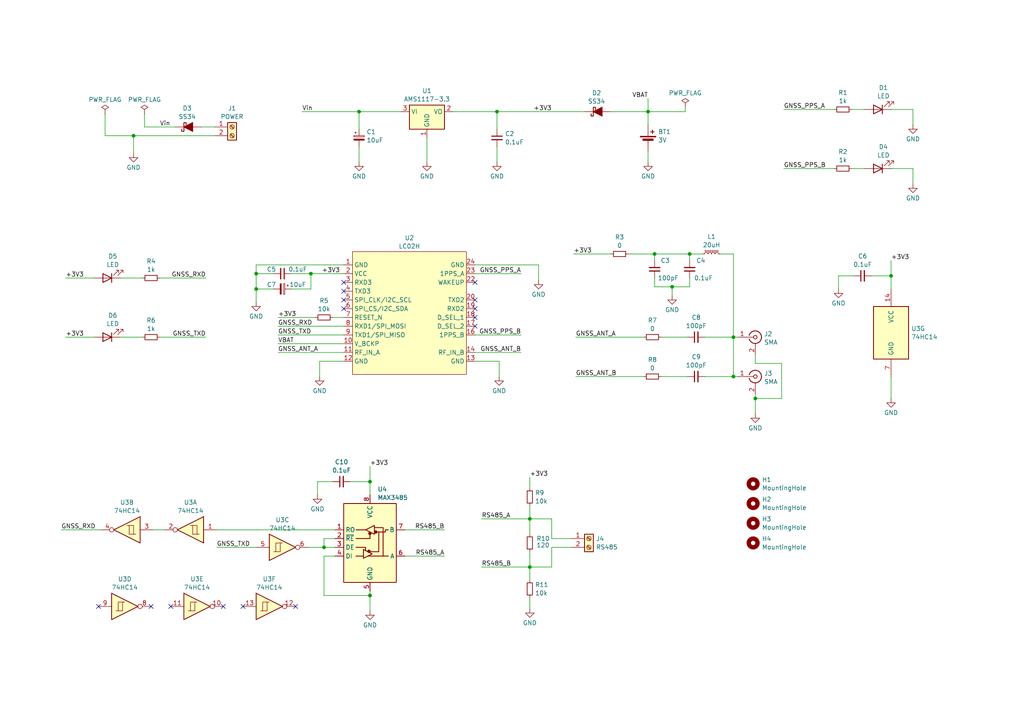
<source format=kicad_sch>
(kicad_sch (version 20230121) (generator eeschema)
  (paper "A4")
  (lib_symbols
    (symbol "74xx:74HC14" (pin_names (offset 1.016))
      (property "Reference" "U" (at 0 1.27 0))
      (property "Value" "74HC14" (at 0 -1.27 0))
      (symbol "74HC14_1_0"
        (polyline (pts (xy -3.81 3.81) (xy -3.81 -3.81) (xy 3.81 0) (xy -3.81 3.81)) (stroke (width 0.254)) (fill (type background)))
        (pin input line (at -7.62 0 0) (length 3.81) (name "~") (number "1"))
        (pin output inverted (at 7.62 0 180) (length 3.81) (name "~") (number "2"))
      )
      (symbol "74HC14_1_1"
        (polyline (pts (xy -1.905 -1.27) (xy -1.905 1.27) (xy -0.635 1.27)))
        (polyline (pts (xy -2.54 -1.27) (xy -0.635 -1.27) (xy -0.635 1.27) (xy 0 1.27)))
      )
      (symbol "74HC14_2_0"
        (polyline (pts (xy -3.81 3.81) (xy -3.81 -3.81) (xy 3.81 0) (xy -3.81 3.81)) (stroke (width 0.254)) (fill (type background)))
        (pin input line (at -7.62 0 0) (length 3.81) (name "~") (number "3"))
        (pin output inverted (at 7.62 0 180) (length 3.81) (name "~") (number "4"))
      )
      (symbol "74HC14_2_1"
        (polyline (pts (xy -1.905 -1.27) (xy -1.905 1.27) (xy -0.635 1.27)))
        (polyline (pts (xy -2.54 -1.27) (xy -0.635 -1.27) (xy -0.635 1.27) (xy 0 1.27)))
      )
      (symbol "74HC14_3_0"
        (polyline (pts (xy -3.81 3.81) (xy -3.81 -3.81) (xy 3.81 0) (xy -3.81 3.81)) (stroke (width 0.254)) (fill (type background)))
        (pin input line (at -7.62 0 0) (length 3.81) (name "~") (number "5"))
        (pin output inverted (at 7.62 0 180) (length 3.81) (name "~") (number "6"))
      )
      (symbol "74HC14_3_1"
        (polyline (pts (xy -1.905 -1.27) (xy -1.905 1.27) (xy -0.635 1.27)))
        (polyline (pts (xy -2.54 -1.27) (xy -0.635 -1.27) (xy -0.635 1.27) (xy 0 1.27)))
      )
      (symbol "74HC14_4_0"
        (polyline (pts (xy -3.81 3.81) (xy -3.81 -3.81) (xy 3.81 0) (xy -3.81 3.81)) (stroke (width 0.254)) (fill (type background)))
        (pin output inverted (at 7.62 0 180) (length 3.81) (name "~") (number "8"))
        (pin input line (at -7.62 0 0) (length 3.81) (name "~") (number "9"))
      )
      (symbol "74HC14_4_1"
        (polyline (pts (xy -1.905 -1.27) (xy -1.905 1.27) (xy -0.635 1.27)))
        (polyline (pts (xy -2.54 -1.27) (xy -0.635 -1.27) (xy -0.635 1.27) (xy 0 1.27)))
      )
      (symbol "74HC14_5_0"
        (polyline (pts (xy -3.81 3.81) (xy -3.81 -3.81) (xy 3.81 0) (xy -3.81 3.81)) (stroke (width 0.254)) (fill (type background)))
        (pin output inverted (at 7.62 0 180) (length 3.81) (name "~") (number "10"))
        (pin input line (at -7.62 0 0) (length 3.81) (name "~") (number "11"))
      )
      (symbol "74HC14_5_1"
        (polyline (pts (xy -1.905 -1.27) (xy -1.905 1.27) (xy -0.635 1.27)))
        (polyline (pts (xy -2.54 -1.27) (xy -0.635 -1.27) (xy -0.635 1.27) (xy 0 1.27)))
      )
      (symbol "74HC14_6_0"
        (polyline (pts (xy -3.81 3.81) (xy -3.81 -3.81) (xy 3.81 0) (xy -3.81 3.81)) (stroke (width 0.254)) (fill (type background)))
        (pin output inverted (at 7.62 0 180) (length 3.81) (name "~") (number "12"))
        (pin input line (at -7.62 0 0) (length 3.81) (name "~") (number "13"))
      )
      (symbol "74HC14_6_1"
        (polyline (pts (xy -1.905 -1.27) (xy -1.905 1.27) (xy -0.635 1.27)))
        (polyline (pts (xy -2.54 -1.27) (xy -0.635 -1.27) (xy -0.635 1.27) (xy 0 1.27)))
      )
      (symbol "74HC14_7_0"
        (pin power_in line (at 0 12.7 270) (length 5.08) (name "VCC") (number "14"))
        (pin power_in line (at 0 -12.7 90) (length 5.08) (name "GND") (number "7"))
      )
      (symbol "74HC14_7_1"
        (rectangle (start -5.08 7.62) (end 5.08 -7.62) (stroke (width 0.254)) (fill (type background)))
      )
    )
    (symbol "Connector:Conn_Coaxial" (pin_names (offset 1.016) hide)
      (property "Reference" "J" (at 0.254 3.048 0))
      (property "Value" "Conn_Coaxial" (at 2.921 0 90))
      (symbol "Conn_Coaxial_0_1"
        (arc (start -1.778 -0.508) (mid 0.2311 -1.8066) (end 1.778 0) (stroke (width 0.254)))
        (polyline (pts (xy -2.54 0) (xy -0.508 0)))
        (polyline (pts (xy 0 -2.54) (xy 0 -1.778)))
        (circle (center 0 0) (radius 0.508) (stroke (width 0.2032)))
        (arc (start 1.778 0) (mid 0.2099 1.8101) (end -1.778 0.508) (stroke (width 0.254)))
      )
      (symbol "Conn_Coaxial_1_1"
        (pin passive line (at -5.08 0 0) (length 2.54) (name "In") (number "1"))
        (pin passive line (at 0 -5.08 90) (length 2.54) (name "Ext") (number "2"))
      )
    )
    (symbol "Connector:Screw_Terminal_01x02" (pin_names (offset 1.016) hide)
      (property "Reference" "J" (at 0 2.54 0))
      (property "Value" "Screw_Terminal_01x02" (at 0 -5.08 0))
      (symbol "Screw_Terminal_01x02_1_1"
        (rectangle (start -1.27 1.27) (end 1.27 -3.81) (stroke (width 0.254)) (fill (type background)))
        (circle (center 0 -2.54) (radius 0.635) (stroke (width 0.1524)))
        (polyline (pts (xy -0.5334 -2.2098) (xy 0.3302 -3.048)) (stroke (width 0.1524)))
        (polyline (pts (xy -0.5334 0.3302) (xy 0.3302 -0.508)) (stroke (width 0.1524)))
        (polyline (pts (xy -0.3556 -2.032) (xy 0.508 -2.8702)) (stroke (width 0.1524)))
        (polyline (pts (xy -0.3556 0.508) (xy 0.508 -0.3302)) (stroke (width 0.1524)))
        (circle (center 0 0) (radius 0.635) (stroke (width 0.1524)))
        (pin passive line (at -5.08 0 0) (length 3.81) (name "Pin_1") (number "1"))
        (pin passive line (at -5.08 -2.54 0) (length 3.81) (name "Pin_2") (number "2"))
      )
    )
    (symbol "Device:Battery_Cell" (pin_numbers hide) (pin_names (offset 0) hide)
      (property "Reference" "BT" (at 2.54 2.54 0))
      (property "Value" "Battery_Cell" (at 2.54 0 0))
      (symbol "Battery_Cell_0_1"
        (rectangle (start -2.286 1.778) (end 2.286 1.524) (fill (type outline)))
        (rectangle (start -1.524 1.016) (end 1.524 0.508) (fill (type outline)))
        (polyline (pts (xy 0 0.762) (xy 0 0)))
        (polyline (pts (xy 0 1.778) (xy 0 2.54)))
        (polyline (pts (xy 0.762 3.048) (xy 1.778 3.048)) (stroke (width 0.254)))
        (polyline (pts (xy 1.27 3.556) (xy 1.27 2.54)) (stroke (width 0.254)))
      )
      (symbol "Battery_Cell_1_1"
        (pin passive line (at 0 5.08 270) (length 2.54) (name "+") (number "1"))
        (pin passive line (at 0 -2.54 90) (length 2.54) (name "-") (number "2"))
      )
    )
    (symbol "Device:C_Polarized_Small" (pin_numbers hide) (pin_names (offset 0.254) hide)
      (property "Reference" "C" (at 0.254 1.778 0))
      (property "Value" "C_Polarized_Small" (at 0.254 -2.032 0))
      (symbol "C_Polarized_Small_0_1"
        (rectangle (start -1.524 -0.3048) (end 1.524 -0.6858) (fill (type outline)))
        (rectangle (start -1.524 0.6858) (end 1.524 0.3048))
        (polyline (pts (xy -1.27 1.524) (xy -0.762 1.524)))
        (polyline (pts (xy -1.016 1.27) (xy -1.016 1.778)))
      )
      (symbol "C_Polarized_Small_1_1"
        (pin passive line (at 0 2.54 270) (length 1.8542) (name "~") (number "1"))
        (pin passive line (at 0 -2.54 90) (length 1.8542) (name "~") (number "2"))
      )
    )
    (symbol "Device:C_Small" (pin_numbers hide) (pin_names (offset 0.254) hide)
      (property "Reference" "C" (at 0.254 1.778 0))
      (property "Value" "C_Small" (at 0.254 -2.032 0))
      (symbol "C_Small_0_1"
        (polyline (pts (xy -1.524 -0.508) (xy 1.524 -0.508)) (stroke (width 0.3302)))
        (polyline (pts (xy -1.524 0.508) (xy 1.524 0.508)) (stroke (width 0.3048)))
      )
      (symbol "C_Small_1_1"
        (pin passive line (at 0 2.54 270) (length 2.032) (name "~") (number "1"))
        (pin passive line (at 0 -2.54 90) (length 2.032) (name "~") (number "2"))
      )
    )
    (symbol "Device:LED" (pin_numbers hide) (pin_names (offset 1.016) hide)
      (property "Reference" "D" (at 0 2.54 0))
      (property "Value" "LED" (at 0 -2.54 0))
      (symbol "LED_0_1"
        (polyline (pts (xy -1.27 -1.27) (xy -1.27 1.27)) (stroke (width 0.254)))
        (polyline (pts (xy -1.27 0) (xy 1.27 0)))
        (polyline (pts (xy 1.27 -1.27) (xy 1.27 1.27) (xy -1.27 0) (xy 1.27 -1.27)) (stroke (width 0.254)))
        (polyline (pts (xy -3.048 -0.762) (xy -4.572 -2.286) (xy -3.81 -2.286) (xy -4.572 -2.286) (xy -4.572 -1.524)))
        (polyline (pts (xy -1.778 -0.762) (xy -3.302 -2.286) (xy -2.54 -2.286) (xy -3.302 -2.286) (xy -3.302 -1.524)))
      )
      (symbol "LED_1_1"
        (pin passive line (at -3.81 0 0) (length 2.54) (name "K") (number "1"))
        (pin passive line (at 3.81 0 180) (length 2.54) (name "A") (number "2"))
      )
    )
    (symbol "Device:L_Ferrite_Small" (pin_numbers hide) (pin_names (offset 0.254) hide)
      (property "Reference" "L" (at 1.27 1.016 0))
      (property "Value" "L_Ferrite_Small" (at 1.27 -1.27 0))
      (symbol "L_Ferrite_Small_0_1"
        (arc (start 0 -2.032) (mid 0.5058 -1.524) (end 0 -1.016))
        (arc (start 0 -1.016) (mid 0.5058 -0.508) (end 0 0))
        (polyline (pts (xy 0.762 -1.905) (xy 0.762 -1.651)))
        (polyline (pts (xy 0.762 -1.397) (xy 0.762 -1.143)))
        (polyline (pts (xy 0.762 -0.889) (xy 0.762 -0.635)))
        (polyline (pts (xy 0.762 -0.381) (xy 0.762 -0.127)))
        (polyline (pts (xy 0.762 0.127) (xy 0.762 0.381)))
        (polyline (pts (xy 0.762 0.635) (xy 0.762 0.889)))
        (polyline (pts (xy 0.762 1.143) (xy 0.762 1.397)))
        (polyline (pts (xy 0.762 1.651) (xy 0.762 1.905)))
        (polyline (pts (xy 1.016 -1.651) (xy 1.016 -1.905)))
        (polyline (pts (xy 1.016 -1.143) (xy 1.016 -1.397)))
        (polyline (pts (xy 1.016 -0.635) (xy 1.016 -0.889)))
        (polyline (pts (xy 1.016 -0.127) (xy 1.016 -0.381)))
        (polyline (pts (xy 1.016 0.381) (xy 1.016 0.127)))
        (polyline (pts (xy 1.016 0.889) (xy 1.016 0.635)))
        (polyline (pts (xy 1.016 1.397) (xy 1.016 1.143)))
        (polyline (pts (xy 1.016 1.905) (xy 1.016 1.651)))
        (arc (start 0 0) (mid 0.5058 0.508) (end 0 1.016))
        (arc (start 0 1.016) (mid 0.5058 1.524) (end 0 2.032))
      )
      (symbol "L_Ferrite_Small_1_1"
        (pin passive line (at 0 2.54 270) (length 0.508) (name "~") (number "1"))
        (pin passive line (at 0 -2.54 90) (length 0.508) (name "~") (number "2"))
      )
    )
    (symbol "Device:R_Small" (pin_numbers hide) (pin_names (offset 0.254) hide)
      (property "Reference" "R" (at 0.762 0.508 0))
      (property "Value" "R_Small" (at 0.762 -1.016 0))
      (symbol "R_Small_0_1"
        (rectangle (start -0.762 1.778) (end 0.762 -1.778) (stroke (width 0.2032)))
      )
      (symbol "R_Small_1_1"
        (pin passive line (at 0 2.54 270) (length 0.762) (name "~") (number "1"))
        (pin passive line (at 0 -2.54 90) (length 0.762) (name "~") (number "2"))
      )
    )
    (symbol "GNSS:LC02H"
      (property "Reference" "U" (at 0 0 0))
      (property "Value" "LC02H" (at -6.35 0 0))
      (symbol "LC02H_1_1"
        (rectangle (start -16.51 17.78) (end 16.51 -17.78) (fill (type background)))
        (pin power_in line (at -19.05 13.97 0) (length 2.54) (name "GND") (number "1"))
        (pin power_in line (at -19.05 -8.89 0) (length 2.54) (name "V_BCKP") (number "10"))
        (pin input line (at -19.05 -11.43 0) (length 2.54) (name "RF_IN_A") (number "11"))
        (pin power_in line (at -19.05 -13.97 0) (length 2.54) (name "GND") (number "12"))
        (pin power_in line (at 19.05 -13.97 180) (length 2.54) (name "GND") (number "13"))
        (pin input line (at 19.05 -11.43 180) (length 2.54) (name "RF_IN_B") (number "14"))
        (pin no_connect line (at 19.05 -8.89 180) (length 2.54) hide (name "RESERVED") (number "15"))
        (pin output line (at 19.05 -6.35 180) (length 2.54) (name "1PPS_B") (number "16"))
        (pin input line (at 19.05 -3.81 180) (length 2.54) (name "D_SEL_2") (number "17"))
        (pin input line (at 19.05 -1.27 180) (length 2.54) (name "D_SEL_1") (number "18"))
        (pin input line (at 19.05 1.27 180) (length 2.54) (name "RXD2") (number "19"))
        (pin power_in line (at -19.05 11.43 0) (length 2.54) (name "VCC") (number "2"))
        (pin output line (at 19.05 3.81 180) (length 2.54) (name "TXD2") (number "20"))
        (pin no_connect line (at 19.05 6.35 180) (length 2.54) hide (name "RESERVED") (number "21"))
        (pin input line (at 19.05 8.89 180) (length 2.54) (name "WAKEUP") (number "22"))
        (pin output line (at 19.05 11.43 180) (length 2.54) (name "1PPS_A") (number "23"))
        (pin power_in line (at 19.05 13.97 180) (length 2.54) (name "GND") (number "24"))
        (pin input line (at -19.05 8.89 0) (length 2.54) (name "RXD3") (number "3"))
        (pin output line (at -19.05 6.35 0) (length 2.54) (name "TXD3") (number "4"))
        (pin input line (at -19.05 3.81 0) (length 2.54) (name "SPI_CLK/I2C_SCL") (number "5"))
        (pin bidirectional line (at -19.05 1.27 0) (length 2.54) (name "SPI_CS/I2C_SDA") (number "6"))
        (pin input line (at -19.05 -1.27 0) (length 2.54) (name "RESET_N") (number "7"))
        (pin input line (at -19.05 -3.81 0) (length 2.54) (name "RXD1/SPI_MOSI") (number "8"))
        (pin output line (at -19.05 -6.35 0) (length 2.54) (name "TXD1/SPI_MISO") (number "9"))
      )
    )
    (symbol "Interface_UART:MAX3485"
      (property "Reference" "U" (at -6.096 11.43 0))
      (property "Value" "MAX3485" (at 0.762 11.43 0))
      (symbol "MAX3485_0_1"
        (rectangle (start -7.62 10.16) (end 7.62 -12.7) (stroke (width 0.254)) (fill (type background)))
        (circle (center -0.3048 -3.683) (radius 0.3556) (stroke (width 0.254)) (fill (type outline)))
        (circle (center -0.0254 1.4986) (radius 0.3556) (stroke (width 0.254)) (fill (type outline)))
        (polyline (pts (xy -4.064 -5.08) (xy -1.905 -5.08)) (stroke (width 0.254)))
        (polyline (pts (xy -4.064 2.54) (xy -1.27 2.54)) (stroke (width 0.254)))
        (polyline (pts (xy -1.27 -3.2004) (xy -1.27 -3.4544)) (stroke (width 0.254)))
        (polyline (pts (xy -0.635 -5.08) (xy 5.334 -5.08)) (stroke (width 0.254)))
        (polyline (pts (xy -4.064 -2.54) (xy -1.27 -2.54) (xy -1.27 -3.175)) (stroke (width 0.254)))
        (polyline (pts (xy 0 1.27) (xy 0 0) (xy -4.064 0)) (stroke (width 0.254)))
        (polyline (pts (xy 1.27 3.175) (xy 3.81 3.175) (xy 3.81 -5.08)) (stroke (width 0.254)))
        (polyline (pts (xy 2.54 1.905) (xy 2.54 -3.81) (xy 0 -3.81)) (stroke (width 0.254)))
        (polyline (pts (xy -1.905 -3.175) (xy -1.905 -5.715) (xy 0.635 -4.445) (xy -1.905 -3.175)) (stroke (width 0.254)))
        (polyline (pts (xy -1.27 2.54) (xy 1.27 3.81) (xy 1.27 1.27) (xy -1.27 2.54)) (stroke (width 0.254)))
        (polyline (pts (xy 1.905 1.905) (xy 4.445 1.905) (xy 4.445 2.54) (xy 5.334 2.54)) (stroke (width 0.254)))
        (rectangle (start 1.27 3.175) (end 1.27 3.175))
        (circle (center 1.651 1.905) (radius 0.3556) (stroke (width 0.254)) (fill (type outline)))
      )
      (symbol "MAX3485_1_1"
        (pin output line (at -10.16 2.54 0) (length 2.54) (name "RO") (number "1"))
        (pin input line (at -10.16 0 0) (length 2.54) (name "~{RE}") (number "2"))
        (pin input line (at -10.16 -2.54 0) (length 2.54) (name "DE") (number "3"))
        (pin input line (at -10.16 -5.08 0) (length 2.54) (name "DI") (number "4"))
        (pin power_in line (at 0 -15.24 90) (length 2.54) (name "GND") (number "5"))
        (pin bidirectional line (at 10.16 -5.08 180) (length 2.54) (name "A") (number "6"))
        (pin bidirectional line (at 10.16 2.54 180) (length 2.54) (name "B") (number "7"))
        (pin power_in line (at 0 12.7 270) (length 2.54) (name "VCC") (number "8"))
      )
    )
    (symbol "Mechanical:MountingHole" (pin_names (offset 1.016))
      (property "Reference" "H" (at 0 5.08 0))
      (property "Value" "MountingHole" (at 0 3.175 0))
      (symbol "MountingHole_0_1"
        (circle (center 0 0) (radius 1.27) (stroke (width 1.27)))
      )
    )
    (symbol "PCM_Diode_Schottky_AKL:SS34" (pin_numbers hide) (pin_names (offset 1.016) hide)
      (property "Reference" "D" (at 0 5.08 0))
      (property "Value" "SS34" (at 0 2.54 0))
      (symbol "SS34_0_1"
        (polyline (pts (xy -1.27 0) (xy 1.27 0)))
        (polyline (pts (xy -1.27 -1.27) (xy -1.27 1.27) (xy 1.27 0) (xy -1.27 -1.27)) (stroke (width 0.254)) (fill (type outline)))
        (polyline (pts (xy 1.905 -0.635) (xy 1.905 -1.27) (xy 1.27 -1.27) (xy 1.27 1.27) (xy 0.635 1.27) (xy 0.635 0.635)) (stroke (width 0.254)))
      )
      (symbol "SS34_1_1"
        (pin passive line (at 3.81 0 180) (length 2.54) (name "K") (number "1"))
        (pin passive line (at -3.81 0 0) (length 2.54) (name "A") (number "2"))
      )
    )
    (symbol "Regulator_Linear:AMS1117-3.3"
      (property "Reference" "U" (at -3.81 3.175 0))
      (property "Value" "AMS1117-3.3" (at 0 3.175 0))
      (symbol "AMS1117-3.3_0_1"
        (rectangle (start -5.08 -5.08) (end 5.08 1.905) (stroke (width 0.254)) (fill (type background)))
      )
      (symbol "AMS1117-3.3_1_1"
        (pin power_in line (at 0 -7.62 90) (length 2.54) (name "GND") (number "1"))
        (pin power_out line (at 7.62 0 180) (length 2.54) (name "VO") (number "2"))
        (pin power_in line (at -7.62 0 0) (length 2.54) (name "VI") (number "3"))
      )
    )
    (symbol "power:GND" (power) (pin_names (offset 0))
      (property "Value" "GND" (at 0 -3.81 0))
      (symbol "GND_0_1"
        (polyline (pts (xy 0 0) (xy 0 -1.27) (xy 1.27 -1.27) (xy 0 -2.54) (xy -1.27 -1.27) (xy 0 -1.27)))
      )
      (symbol "GND_1_1"
        (pin power_in line (at 0 0 270) (length 0) hide (name "GND") (number "1"))
      )
    )
    (symbol "power:PWR_FLAG" (power) (pin_numbers hide) (pin_names (offset 0) hide)
      (property "Value" "PWR_FLAG" (at 0 3.81 0))
      (symbol "PWR_FLAG_0_0"
        (pin power_out line (at 0 0 90) (length 0) (name "pwr") (number "1"))
      )
      (symbol "PWR_FLAG_0_1"
        (polyline (pts (xy 0 0) (xy 0 1.27) (xy -1.016 1.905) (xy 0 2.54) (xy 1.016 1.905) (xy 0 1.27)))
      )
    )
  )
  (junction (at 144.145 32.385))
  (junction (at 90.17 79.375))
  (junction (at 38.735 39.37))
  (junction (at 189.865 73.66))
  (junction (at 74.295 83.82))
  (junction (at 107.315 172.72))
  (junction (at 93.98 158.75))
  (junction (at 194.945 83.185))
  (junction (at 219.075 115.57))
  (junction (at 212.725 109.22))
  (junction (at 107.315 139.7))
  (junction (at 74.295 79.375))
  (junction (at 258.445 80.01))
  (junction (at 153.67 164.465))
  (junction (at 187.96 32.385))
  (junction (at 104.14 32.385))
  (junction (at 153.67 150.495))
  (junction (at 212.725 97.79))
  (junction (at 200.025 73.66))
  (no_connect (at 99.695 86.995))
  (no_connect (at 137.795 86.995))
  (no_connect (at 137.795 94.615))
  (no_connect (at 99.695 89.535))
  (no_connect (at 99.695 81.915))
  (no_connect (at 64.77 175.895))
  (no_connect (at 28.575 175.895))
  (no_connect (at 85.725 175.895))
  (no_connect (at 137.795 89.535))
  (no_connect (at 70.485 175.895))
  (no_connect (at 43.815 175.895))
  (no_connect (at 99.695 84.455))
  (no_connect (at 137.795 92.075))
  (no_connect (at 137.795 81.915))
  (no_connect (at 49.53 175.895))
  (wire (pts (xy 153.67 164.465) (xy 160.02 164.465)))
  (wire (pts (xy 84.455 79.375) (xy 90.17 79.375)))
  (wire (pts (xy 93.98 161.29) (xy 93.98 172.72)))
  (wire (pts (xy 46.355 97.79) (xy 59.69 97.79)))
  (wire (pts (xy 258.445 75.565) (xy 258.445 80.01)))
  (wire (pts (xy 80.645 97.155) (xy 99.695 97.155)))
  (wire (pts (xy 34.925 80.645) (xy 41.275 80.645)))
  (wire (pts (xy 153.67 164.465) (xy 153.67 168.275)))
  (wire (pts (xy 80.645 92.075) (xy 91.44 92.075)))
  (wire (pts (xy 153.67 141.605) (xy 153.67 138.43)))
  (wire (pts (xy 30.48 39.37) (xy 38.735 39.37)))
  (wire (pts (xy 47.625 153.67) (xy 44.45 153.67)))
  (wire (pts (xy 252.73 80.01) (xy 258.445 80.01)))
  (wire (pts (xy 97.155 156.21) (xy 93.98 156.21)))
  (wire (pts (xy 189.865 73.66) (xy 200.025 73.66)))
  (wire (pts (xy 137.795 76.835) (xy 156.21 76.835)))
  (wire (pts (xy 137.795 97.155) (xy 151.13 97.155)))
  (wire (pts (xy 226.695 105.41) (xy 226.695 115.57)))
  (wire (pts (xy 117.475 161.29) (xy 128.905 161.29)))
  (wire (pts (xy 194.945 83.185) (xy 200.025 83.185)))
  (wire (pts (xy 247.015 31.75) (xy 250.825 31.75)))
  (wire (pts (xy 153.67 160.02) (xy 153.67 164.465)))
  (wire (pts (xy 153.67 146.685) (xy 153.67 150.495)))
  (wire (pts (xy 74.295 79.375) (xy 74.295 83.82)))
  (wire (pts (xy 204.47 97.79) (xy 212.725 97.79)))
  (wire (pts (xy 41.91 33.02) (xy 41.91 36.83)))
  (wire (pts (xy 62.23 39.37) (xy 38.735 39.37)))
  (wire (pts (xy 187.96 43.815) (xy 187.96 46.99)))
  (wire (pts (xy 167.005 97.79) (xy 186.69 97.79)))
  (wire (pts (xy 62.865 158.75) (xy 74.295 158.75)))
  (wire (pts (xy 194.945 83.185) (xy 194.945 85.725)))
  (wire (pts (xy 187.96 32.385) (xy 187.96 36.195)))
  (wire (pts (xy 258.445 48.895) (xy 264.795 48.895)))
  (wire (pts (xy 137.795 104.775) (xy 144.78 104.775)))
  (wire (pts (xy 189.865 80.645) (xy 189.865 83.185)))
  (wire (pts (xy 212.725 97.79) (xy 213.995 97.79)))
  (wire (pts (xy 153.67 173.355) (xy 153.67 176.53)))
  (wire (pts (xy 264.795 48.895) (xy 264.795 53.34)))
  (wire (pts (xy 58.42 36.83) (xy 62.23 36.83)))
  (wire (pts (xy 200.025 80.645) (xy 200.025 83.185)))
  (wire (pts (xy 87.63 32.385) (xy 104.14 32.385)))
  (wire (pts (xy 41.91 36.83) (xy 50.8 36.83)))
  (wire (pts (xy 104.14 32.385) (xy 104.14 37.465)))
  (wire (pts (xy 200.025 73.66) (xy 203.835 73.66)))
  (wire (pts (xy 227.33 31.75) (xy 241.935 31.75)))
  (wire (pts (xy 62.865 153.67) (xy 97.155 153.67)))
  (wire (pts (xy 107.315 172.72) (xy 107.315 177.165)))
  (wire (pts (xy 96.52 92.075) (xy 99.695 92.075)))
  (wire (pts (xy 30.48 33.02) (xy 30.48 39.37)))
  (wire (pts (xy 144.145 42.545) (xy 144.145 46.99)))
  (wire (pts (xy 219.075 102.87) (xy 219.075 105.41)))
  (wire (pts (xy 258.445 83.82) (xy 258.445 80.01)))
  (wire (pts (xy 139.7 150.495) (xy 153.67 150.495)))
  (wire (pts (xy 160.02 164.465) (xy 160.02 158.75)))
  (wire (pts (xy 144.145 32.385) (xy 131.445 32.385)))
  (wire (pts (xy 104.14 32.385) (xy 116.205 32.385)))
  (wire (pts (xy 93.98 156.21) (xy 93.98 158.75)))
  (wire (pts (xy 123.825 40.005) (xy 123.825 46.99)))
  (wire (pts (xy 144.145 32.385) (xy 144.145 37.465)))
  (wire (pts (xy 144.145 32.385) (xy 169.545 32.385)))
  (wire (pts (xy 27.305 97.79) (xy 19.05 97.79)))
  (wire (pts (xy 153.67 150.495) (xy 160.02 150.495)))
  (wire (pts (xy 247.015 48.895) (xy 250.825 48.895)))
  (wire (pts (xy 247.65 80.01) (xy 243.205 80.01)))
  (wire (pts (xy 101.6 139.7) (xy 107.315 139.7)))
  (wire (pts (xy 17.78 153.67) (xy 29.21 153.67)))
  (wire (pts (xy 74.295 76.835) (xy 74.295 79.375)))
  (wire (pts (xy 80.645 102.235) (xy 99.695 102.235)))
  (wire (pts (xy 104.14 42.545) (xy 104.14 46.99)))
  (wire (pts (xy 34.925 97.79) (xy 41.275 97.79)))
  (wire (pts (xy 93.98 158.75) (xy 97.155 158.75)))
  (wire (pts (xy 137.795 79.375) (xy 151.13 79.375)))
  (wire (pts (xy 90.17 79.375) (xy 90.17 83.82)))
  (wire (pts (xy 160.02 156.21) (xy 165.735 156.21)))
  (wire (pts (xy 160.02 158.75) (xy 165.735 158.75)))
  (wire (pts (xy 84.455 83.82) (xy 90.17 83.82)))
  (wire (pts (xy 212.725 109.22) (xy 213.995 109.22)))
  (wire (pts (xy 74.295 83.82) (xy 74.295 87.63)))
  (wire (pts (xy 117.475 153.67) (xy 128.905 153.67)))
  (wire (pts (xy 194.945 83.185) (xy 189.865 83.185)))
  (wire (pts (xy 219.075 114.3) (xy 219.075 115.57)))
  (wire (pts (xy 99.695 76.835) (xy 74.295 76.835)))
  (wire (pts (xy 107.315 171.45) (xy 107.315 172.72)))
  (wire (pts (xy 219.075 105.41) (xy 226.695 105.41)))
  (wire (pts (xy 144.78 104.775) (xy 144.78 109.22)))
  (wire (pts (xy 93.98 172.72) (xy 107.315 172.72)))
  (wire (pts (xy 80.645 99.695) (xy 99.695 99.695)))
  (wire (pts (xy 258.445 109.22) (xy 258.445 115.57)))
  (wire (pts (xy 212.725 73.66) (xy 212.725 97.79)))
  (wire (pts (xy 258.445 31.75) (xy 264.795 31.75)))
  (wire (pts (xy 208.915 73.66) (xy 212.725 73.66)))
  (wire (pts (xy 187.96 28.575) (xy 187.96 32.385)))
  (wire (pts (xy 80.645 94.615) (xy 99.695 94.615)))
  (wire (pts (xy 74.295 83.82) (xy 79.375 83.82)))
  (wire (pts (xy 107.315 143.51) (xy 107.315 139.7)))
  (wire (pts (xy 79.375 79.375) (xy 74.295 79.375)))
  (wire (pts (xy 90.17 79.375) (xy 99.695 79.375)))
  (wire (pts (xy 182.245 73.66) (xy 189.865 73.66)))
  (wire (pts (xy 107.315 135.255) (xy 107.315 139.7)))
  (wire (pts (xy 153.67 150.495) (xy 153.67 154.94)))
  (wire (pts (xy 137.795 102.235) (xy 151.13 102.235)))
  (wire (pts (xy 212.725 97.79) (xy 212.725 109.22)))
  (wire (pts (xy 97.155 161.29) (xy 93.98 161.29)))
  (wire (pts (xy 96.52 139.7) (xy 92.075 139.7)))
  (wire (pts (xy 92.71 104.775) (xy 99.695 104.775)))
  (wire (pts (xy 191.77 97.79) (xy 199.39 97.79)))
  (wire (pts (xy 92.075 139.7) (xy 92.075 143.51)))
  (wire (pts (xy 187.96 32.385) (xy 198.755 32.385)))
  (wire (pts (xy 177.165 32.385) (xy 187.96 32.385)))
  (wire (pts (xy 46.355 80.645) (xy 59.69 80.645)))
  (wire (pts (xy 264.795 31.75) (xy 264.795 36.195)))
  (wire (pts (xy 27.305 80.645) (xy 19.05 80.645)))
  (wire (pts (xy 92.71 104.775) (xy 92.71 109.22)))
  (wire (pts (xy 227.33 48.895) (xy 241.935 48.895)))
  (wire (pts (xy 156.21 76.835) (xy 156.21 81.28)))
  (wire (pts (xy 139.7 164.465) (xy 153.67 164.465)))
  (wire (pts (xy 219.075 115.57) (xy 219.075 120.015)))
  (wire (pts (xy 200.025 73.66) (xy 200.025 75.565)))
  (wire (pts (xy 160.02 150.495) (xy 160.02 156.21)))
  (wire (pts (xy 219.075 115.57) (xy 226.695 115.57)))
  (wire (pts (xy 189.865 73.66) (xy 189.865 75.565)))
  (wire (pts (xy 166.37 73.66) (xy 177.165 73.66)))
  (wire (pts (xy 243.205 80.01) (xy 243.205 83.82)))
  (wire (pts (xy 89.535 158.75) (xy 93.98 158.75)))
  (wire (pts (xy 38.735 39.37) (xy 38.735 44.45)))
  (wire (pts (xy 204.47 109.22) (xy 212.725 109.22)))
  (wire (pts (xy 198.755 31.115) (xy 198.755 32.385)))
  (wire (pts (xy 191.77 109.22) (xy 199.39 109.22)))
  (wire (pts (xy 167.005 109.22) (xy 186.69 109.22)))
  (label "RS485_B" (at 128.905 153.67 180))
  (label "+3V3" (at 160.02 32.385 180))
  (label "GNSS_TXD" (at 62.865 158.75 0))
  (label "GNSS_PPS_A" (at 227.33 31.75 0))
  (label "GNSS_TXD" (at 80.645 97.155 0))
  (label "GNSS_RXD" (at 59.69 80.645 180))
  (label "+3V3" (at 153.67 138.43 0))
  (label "GNSS_PPS_A" (at 151.13 79.375 180))
  (label "GNSS_RXD" (at 80.645 94.615 0))
  (label "VBAT" (at 80.645 99.695 0))
  (label "+3V3" (at 107.315 135.255 0))
  (label "+3V3" (at 166.37 73.66 0))
  (label "+3V3" (at 258.445 75.565 0))
  (label "GNSS_RXD" (at 17.78 153.67 0))
  (label "GNSS_PPS_B" (at 227.33 48.895 0))
  (label "GNSS_TXD" (at 59.69 97.79 180))
  (label "GNSS_ANT_A" (at 167.005 97.79 0))
  (label "Vin" (at 87.63 32.385 0))
  (label "GNSS_PPS_B" (at 151.13 97.155 180))
  (label "+3V3" (at 80.645 92.075 0))
  (label "RS485_B" (at 139.7 164.465 0))
  (label "+3V3" (at 19.05 97.79 0))
  (label "+3V3" (at 93.345 79.375 0))
  (label "RS485_A" (at 139.7 150.495 0))
  (label "GNSS_ANT_B" (at 151.13 102.235 180))
  (label "+3V3" (at 19.05 80.645 0))
  (label "GNSS_ANT_A" (at 80.645 102.235 0))
  (label "Vin" (at 46.355 36.83 0))
  (label "GNSS_ANT_B" (at 167.005 109.22 0))
  (label "RS485_A" (at 128.905 161.29 180))
  (label "VBAT" (at 187.96 28.575 180))
  (symbol (lib_id "Device:R_Small") (at 43.815 97.79 270) (mirror x) (unit 1)
    (property "Reference" "R6" (at 43.815 92.9091 90))
    (property "Value" "1k" (at 43.815 95.3333 90))
    (property "Footprint" "Resistor_THT:R_Axial_DIN0204_L3.6mm_D1.6mm_P7.62mm_Horizontal" (effects hide))
  )
  (symbol (lib_id "Device:C_Polarized_Small") (at 104.14 40.005 0) (unit 1)
    (property "Reference" "C1" (at 106.299 38.2468 0) (effects (justify left)))
    (property "Value" "10uF" (at 106.299 40.671 0) (effects (justify left)))
    (property "Footprint" "Capacitor_THT:CP_Radial_D5.0mm_P2.50mm" (effects hide))
  )
  (symbol (lib_id "Device:Battery_Cell") (at 187.96 41.275 0) (unit 1)
    (property "Reference" "BT1" (at 190.881 38.2214 0) (effects (justify left)))
    (property "Value" "3V" (at 190.881 40.6456 0) (effects (justify left)))
    (property "Footprint" "Battery:BatteryHolder_LINX_BAT-HLD-012-SMT" (effects hide))
  )
  (symbol (lib_id "Device:R_Small") (at 153.67 157.48 0) (mirror x) (unit 1)
    (property "Reference" "R10" (at 155.575 156.21 0) (effects (justify left)))
    (property "Value" "120" (at 155.575 158.115 0) (effects (justify left)))
    (property "Footprint" "Resistor_THT:R_Axial_DIN0204_L3.6mm_D1.6mm_P7.62mm_Horizontal" (effects hide))
  )
  (symbol (lib_id "power:GND") (at 153.67 176.53 0) (unit 1)
    (property "Reference" "#PWR017" (effects hide))
    (property "Value" "GND" (at 153.67 180.6631 0))
  )
  (symbol (lib_id "Device:C_Small") (at 201.93 109.22 90) (unit 1)
    (property "Reference" "C9" (at 201.9363 103.5136 90))
    (property "Value" "100pF" (at 201.9363 105.9378 90))
    (property "Footprint" "Capacitor_THT:C_Disc_D3.0mm_W2.0mm_P2.50mm" (effects hide))
  )
  (symbol (lib_id "power:GND") (at 38.735 44.45 0) (unit 1)
    (property "Reference" "#PWR02" (effects hide))
    (property "Value" "GND" (at 38.735 48.5831 0))
  )
  (symbol (lib_id "power:GND") (at 107.315 177.165 0) (unit 1)
    (property "Reference" "#PWR018" (effects hide))
    (property "Value" "GND" (at 107.315 181.2981 0))
  )
  (symbol (lib_id "Connector:Conn_Coaxial") (at 219.075 109.22 0) (unit 1)
    (property "Reference" "J3" (at 221.6151 108.3011 0) (effects (justify left)))
    (property "Value" "SMA" (at 221.6151 110.7253 0) (effects (justify left)))
    (property "Footprint" "Connector_Coaxial:SMA_Amphenol_901-144_Vertical" (effects hide))
    (property "Datasheet" " ~" (effects hide))
  )
  (symbol (lib_id "power:GND") (at 92.075 143.51 0) (unit 1)
    (property "Reference" "#PWR016" (effects hide))
    (property "Value" "GND" (at 92.075 147.6431 0))
  )
  (symbol (lib_id "power:GND") (at 194.945 85.725 0) (unit 1)
    (property "Reference" "#PWR010" (effects hide))
    (property "Value" "GND" (at 194.945 89.8581 0))
  )
  (symbol (lib_id "Device:R_Small") (at 153.67 144.145 0) (unit 1)
    (property "Reference" "R9" (at 155.1686 142.9329 0) (effects (justify left)))
    (property "Value" "10k" (at 155.1686 145.3571 0) (effects (justify left)))
    (property "Footprint" "Resistor_THT:R_Axial_DIN0204_L3.6mm_D1.6mm_P7.62mm_Horizontal" (effects hide))
  )
  (symbol (lib_id "Device:LED") (at 254.635 48.895 180) (unit 1)
    (property "Reference" "D4" (at 256.2225 42.5917 0))
    (property "Value" "LED" (at 256.2225 45.0159 0))
    (property "Footprint" "LED_THT:LED_D3.0mm" (effects hide))
  )
  (symbol (lib_id "Device:R_Small") (at 43.815 80.645 270) (mirror x) (unit 1)
    (property "Reference" "R4" (at 43.815 75.7641 90))
    (property "Value" "1k" (at 43.815 78.1883 90))
    (property "Footprint" "Resistor_THT:R_Axial_DIN0204_L3.6mm_D1.6mm_P7.62mm_Horizontal" (effects hide))
  )
  (symbol (lib_id "Regulator_Linear:AMS1117-3.3") (at 123.825 32.385 0) (unit 1)
    (property "Reference" "U1" (at 123.825 26.3357 0))
    (property "Value" "AMS1117-3.3" (at 123.825 28.7599 0))
    (property "Footprint" "Package_TO_SOT_SMD:SOT-223-3_TabPin2" (effects hide))
    (property "Datasheet" "http://www.advanced-monolithic.com/pdf/ds1117.pdf" (effects hide))
  )
  (symbol (lib_id "Device:R_Small") (at 93.98 92.075 90) (unit 1)
    (property "Reference" "R5" (at 93.98 87.1941 90))
    (property "Value" "10k" (at 93.98 89.6183 90))
    (property "Footprint" "Resistor_THT:R_Axial_DIN0204_L3.6mm_D1.6mm_P7.62mm_Horizontal" (effects hide))
  )
  (symbol (lib_id "Device:C_Small") (at 201.93 97.79 90) (unit 1)
    (property "Reference" "C8" (at 201.9363 92.0836 90))
    (property "Value" "100pF" (at 201.9363 94.5078 90))
    (property "Footprint" "Capacitor_THT:C_Disc_D3.0mm_W2.0mm_P2.50mm" (effects hide))
  )
  (symbol (lib_id "power:GND") (at 156.21 81.28 0) (unit 1)
    (property "Reference" "#PWR08" (effects hide))
    (property "Value" "GND" (at 156.21 85.4131 0))
  )
  (symbol (lib_id "PCM_Diode_Schottky_AKL:SS34") (at 54.61 36.83 0) (mirror y) (unit 1)
    (property "Reference" "D3" (at 54.2925 31.4157 0))
    (property "Value" "SS34" (at 54.2925 33.8399 0))
    (property "Footprint" "Diode_SMD:D_SMA" (effects hide))
    (property "Datasheet" "https://www.tme.eu/Document/4534c3d1273464918563ce78bdeb2ece/SS34-E3-57T.pdf" (effects hide))
  )
  (symbol (lib_id "Device:C_Small") (at 144.145 40.005 0) (unit 1)
    (property "Reference" "C2" (at 146.4691 38.7992 0) (effects (justify left)))
    (property "Value" "0.1uF" (at 146.4691 41.2234 0) (effects (justify left)))
    (property "Footprint" "Capacitor_THT:C_Disc_D3.0mm_W2.0mm_P2.50mm" (effects hide))
  )
  (symbol (lib_id "Device:R_Small") (at 189.23 97.79 90) (unit 1)
    (property "Reference" "R7" (at 189.23 92.9091 90))
    (property "Value" "0" (at 189.23 95.3333 90))
    (property "Footprint" "Resistor_THT:R_Axial_DIN0204_L3.6mm_D1.6mm_P7.62mm_Horizontal" (effects hide))
  )
  (symbol (lib_id "power:PWR_FLAG") (at 41.91 33.02 0) (unit 1)
    (property "Reference" "#FLG04" (effects hide))
    (property "Value" "PWR_FLAG" (at 41.91 28.8869 0))
  )
  (symbol (lib_id "power:GND") (at 123.825 46.99 0) (unit 1)
    (property "Reference" "#PWR04" (effects hide))
    (property "Value" "GND" (at 123.825 51.1231 0))
  )
  (symbol (lib_id "Connector:Screw_Terminal_01x02") (at 170.815 156.21 0) (unit 1)
    (property "Reference" "J4" (at 172.847 156.2679 0) (effects (justify left)))
    (property "Value" "RS485" (at 172.847 158.6921 0) (effects (justify left)))
    (property "Footprint" "TerminalBlock:TerminalBlock_bornier-2_P5.08mm" (effects hide))
  )
  (symbol (lib_id "Mechanical:MountingHole") (at 218.44 140.335 0) (unit 1)
    (property "Reference" "H1" (at 220.98 139.1229 0) (effects (justify left)))
    (property "Value" "MountingHole" (at 220.98 141.5471 0) (effects (justify left)))
    (property "Footprint" "MountingHole:MountingHole_3.2mm_M3_DIN965" (effects hide))
  )
  (symbol (lib_id "power:GND") (at 243.205 83.82 0) (unit 1)
    (property "Reference" "#PWR09" (effects hide))
    (property "Value" "GND" (at 243.205 87.9531 0))
  )
  (symbol (lib_id "74xx:74HC14") (at 36.195 175.895 0) (unit 4)
    (property "Reference" "U3" (at 36.195 167.9407 0))
    (property "Value" "74HC14" (at 36.195 170.3649 0))
    (property "Footprint" "Package_SO:SOIC-14_3.9x8.7mm_P1.27mm" (effects hide))
    (property "Datasheet" "http://www.ti.com/lit/gpn/sn74HC14" (effects hide))
  )
  (symbol (lib_id "power:GND") (at 264.795 53.34 0) (unit 1)
    (property "Reference" "#PWR07" (effects hide))
    (property "Value" "GND" (at 264.795 57.4731 0))
  )
  (symbol (lib_id "power:GND") (at 144.145 46.99 0) (unit 1)
    (property "Reference" "#PWR05" (effects hide))
    (property "Value" "GND" (at 144.145 51.1231 0))
  )
  (symbol (lib_id "power:GND") (at 74.295 87.63 0) (unit 1)
    (property "Reference" "#PWR011" (effects hide))
    (property "Value" "GND" (at 74.295 91.7631 0))
  )
  (symbol (lib_id "Mechanical:MountingHole") (at 218.44 146.05 0) (unit 1)
    (property "Reference" "H2" (at 220.98 144.8379 0) (effects (justify left)))
    (property "Value" "MountingHole" (at 220.98 147.2621 0) (effects (justify left)))
    (property "Footprint" "MountingHole:MountingHole_3.2mm_M3_DIN965" (effects hide))
  )
  (symbol (lib_id "Device:LED") (at 31.115 97.79 180) (unit 1)
    (property "Reference" "D6" (at 32.7025 91.4867 0))
    (property "Value" "LED" (at 32.7025 93.9109 0))
    (property "Footprint" "LED_THT:LED_D3.0mm" (effects hide))
  )
  (symbol (lib_id "74xx:74HC14") (at 55.245 153.67 0) (mirror y) (unit 1)
    (property "Reference" "U3" (at 55.245 145.7157 0))
    (property "Value" "74HC14" (at 55.245 148.1399 0))
    (property "Footprint" "Package_SO:SOIC-14_3.9x8.7mm_P1.27mm" (effects hide))
    (property "Datasheet" "http://www.ti.com/lit/gpn/sn74HC14" (effects hide))
  )
  (symbol (lib_id "Device:C_Small") (at 200.025 78.105 0) (mirror x) (unit 1)
    (property "Reference" "C4" (at 201.93 75.565 0) (effects (justify left)))
    (property "Value" "0.1uF" (at 201.295 80.645 0) (effects (justify left)))
    (property "Footprint" "Capacitor_THT:C_Disc_D3.0mm_W2.0mm_P2.50mm" (effects hide))
  )
  (symbol (lib_id "power:GND") (at 187.96 46.99 0) (unit 1)
    (property "Reference" "#PWR06" (effects hide))
    (property "Value" "GND" (at 187.96 51.1231 0))
  )
  (symbol (lib_id "power:GND") (at 144.78 109.22 0) (unit 1)
    (property "Reference" "#PWR013" (effects hide))
    (property "Value" "GND" (at 144.78 113.3531 0))
  )
  (symbol (lib_id "Device:R_Small") (at 153.67 170.815 0) (unit 1)
    (property "Reference" "R11" (at 155.1686 169.6029 0) (effects (justify left)))
    (property "Value" "10k" (at 155.1686 172.0271 0) (effects (justify left)))
    (property "Footprint" "Resistor_THT:R_Axial_DIN0204_L3.6mm_D1.6mm_P7.62mm_Horizontal" (effects hide))
  )
  (symbol (lib_id "Mechanical:MountingHole") (at 218.44 151.765 0) (unit 1)
    (property "Reference" "H3" (at 220.98 150.5529 0) (effects (justify left)))
    (property "Value" "MountingHole" (at 220.98 152.9771 0) (effects (justify left)))
    (property "Footprint" "MountingHole:MountingHole_3.2mm_M3_DIN965" (effects hide))
  )
  (symbol (lib_id "74xx:74HC14") (at 57.15 175.895 0) (unit 5)
    (property "Reference" "U3" (at 57.15 167.9407 0))
    (property "Value" "74HC14" (at 57.15 170.3649 0))
    (property "Footprint" "Package_SO:SOIC-14_3.9x8.7mm_P1.27mm" (effects hide))
    (property "Datasheet" "http://www.ti.com/lit/gpn/sn74HC14" (effects hide))
  )
  (symbol (lib_id "Mechanical:MountingHole") (at 218.44 157.48 0) (unit 1)
    (property "Reference" "H4" (at 220.98 156.2679 0) (effects (justify left)))
    (property "Value" "MountingHole" (at 220.98 158.6921 0) (effects (justify left)))
    (property "Footprint" "MountingHole:MountingHole_3.2mm_M3_DIN965" (effects hide))
  )
  (symbol (lib_id "74xx:74HC14") (at 78.105 175.895 0) (unit 6)
    (property "Reference" "U3" (at 78.105 167.9407 0))
    (property "Value" "74HC14" (at 78.105 170.3649 0))
    (property "Footprint" "Package_SO:SOIC-14_3.9x8.7mm_P1.27mm" (effects hide))
    (property "Datasheet" "http://www.ti.com/lit/gpn/sn74HC14" (effects hide))
  )
  (symbol (lib_id "Connector:Conn_Coaxial") (at 219.075 97.79 0) (unit 1)
    (property "Reference" "J2" (at 221.6151 96.8711 0) (effects (justify left)))
    (property "Value" "SMA" (at 221.6151 99.2953 0) (effects (justify left)))
    (property "Footprint" "Connector_Coaxial:SMA_Amphenol_901-144_Vertical" (effects hide))
    (property "Datasheet" " ~" (effects hide))
  )
  (symbol (lib_id "74xx:74HC14") (at 258.445 96.52 0) (unit 7)
    (property "Reference" "U3" (at 264.287 95.3079 0) (effects (justify left)))
    (property "Value" "74HC14" (at 264.287 97.7321 0) (effects (justify left)))
    (property "Footprint" "Package_SO:SOIC-14_3.9x8.7mm_P1.27mm" (effects hide))
    (property "Datasheet" "http://www.ti.com/lit/gpn/sn74HC14" (effects hide))
  )
  (symbol (lib_id "Device:C_Small") (at 189.865 78.105 180) (unit 1)
    (property "Reference" "C3" (at 194.31 75.565 0) (effects (justify left)))
    (property "Value" "100pF" (at 196.85 80.645 0) (effects (justify left)))
    (property "Footprint" "Capacitor_THT:C_Disc_D3.0mm_W2.0mm_P2.50mm" (effects hide))
  )
  (symbol (lib_id "Device:L_Ferrite_Small") (at 206.375 73.66 90) (unit 1)
    (property "Reference" "L1" (at 206.375 68.6267 90))
    (property "Value" "20uH" (at 206.375 71.0509 90))
    (property "Footprint" "Inductor_THT:L_Radial_D7.0mm_P3.00mm" (effects hide))
  )
  (symbol (lib_id "Device:R_Small") (at 244.475 31.75 90) (unit 1)
    (property "Reference" "R1" (at 244.475 26.8691 90))
    (property "Value" "1k" (at 244.475 29.2933 90))
    (property "Footprint" "Resistor_THT:R_Axial_DIN0204_L3.6mm_D1.6mm_P7.62mm_Horizontal" (effects hide))
  )
  (symbol (lib_id "74xx:74HC14") (at 36.83 153.67 0) (mirror y) (unit 2)
    (property "Reference" "U3" (at 36.83 145.7157 0))
    (property "Value" "74HC14" (at 36.83 148.1399 0))
    (property "Footprint" "Package_SO:SOIC-14_3.9x8.7mm_P1.27mm" (effects hide))
    (property "Datasheet" "http://www.ti.com/lit/gpn/sn74HC14" (effects hide))
  )
  (symbol (lib_id "Device:LED") (at 254.635 31.75 180) (unit 1)
    (property "Reference" "D1" (at 256.2225 25.4467 0))
    (property "Value" "LED" (at 256.2225 27.8709 0))
    (property "Footprint" "LED_THT:LED_D3.0mm" (effects hide))
  )
  (symbol (lib_id "power:GND") (at 104.14 46.99 0) (unit 1)
    (property "Reference" "#PWR03" (effects hide))
    (property "Value" "GND" (at 104.14 51.1231 0))
  )
  (symbol (lib_id "Device:C_Small") (at 99.06 139.7 90) (unit 1)
    (property "Reference" "C10" (at 99.0663 133.9936 90))
    (property "Value" "0.1uF" (at 99.0663 136.4178 90))
    (property "Footprint" "Capacitor_THT:C_Disc_D3.0mm_W2.0mm_P2.50mm" (effects hide))
  )
  (symbol (lib_id "Device:C_Small") (at 81.915 79.375 270) (mirror x) (unit 1)
    (property "Reference" "C5" (at 78.74 78.105 90))
    (property "Value" "0.1uF" (at 86.36 78.105 90))
    (property "Footprint" "Capacitor_THT:C_Disc_D3.0mm_W2.0mm_P2.50mm" (effects hide))
  )
  (symbol (lib_id "power:GND") (at 258.445 115.57 0) (unit 1)
    (property "Reference" "#PWR014" (effects hide))
    (property "Value" "GND" (at 258.445 119.7031 0))
  )
  (symbol (lib_id "PCM_Diode_Schottky_AKL:SS34") (at 173.355 32.385 0) (mirror y) (unit 1)
    (property "Reference" "D2" (at 173.0375 26.9707 0))
    (property "Value" "SS34" (at 173.0375 29.3949 0))
    (property "Footprint" "Diode_SMD:D_SMA" (effects hide))
    (property "Datasheet" "https://www.tme.eu/Document/4534c3d1273464918563ce78bdeb2ece/SS34-E3-57T.pdf" (effects hide))
  )
  (symbol (lib_id "Device:LED") (at 31.115 80.645 180) (unit 1)
    (property "Reference" "D5" (at 32.7025 74.3417 0))
    (property "Value" "LED" (at 32.7025 76.7659 0))
    (property "Footprint" "LED_THT:LED_D3.0mm" (effects hide))
  )
  (symbol (lib_id "power:GND") (at 92.71 109.22 0) (unit 1)
    (property "Reference" "#PWR012" (effects hide))
    (property "Value" "GND" (at 92.71 113.3531 0))
  )
  (symbol (lib_id "Connector:Screw_Terminal_01x02") (at 67.31 36.83 0) (unit 1)
    (property "Reference" "J1" (at 67.31 31.4157 0))
    (property "Value" "POWER" (at 67.31 33.8399 0))
    (property "Footprint" "TerminalBlock:TerminalBlock_bornier-2_P5.08mm" (effects hide))
  )
  (symbol (lib_id "Device:R_Small") (at 179.705 73.66 270) (mirror x) (unit 1)
    (property "Reference" "R3" (at 179.705 68.7791 90))
    (property "Value" "0" (at 179.705 71.2033 90))
    (property "Footprint" "Resistor_THT:R_Axial_DIN0204_L3.6mm_D1.6mm_P7.62mm_Horizontal" (effects hide))
  )
  (symbol (lib_id "power:GND") (at 264.795 36.195 0) (unit 1)
    (property "Reference" "#PWR01" (effects hide))
    (property "Value" "GND" (at 264.795 40.3281 0))
  )
  (symbol (lib_id "power:GND") (at 219.075 120.015 0) (unit 1)
    (property "Reference" "#PWR015" (effects hide))
    (property "Value" "GND" (at 219.075 124.1481 0))
  )
  (symbol (lib_id "74xx:74HC14") (at 81.915 158.75 0) (unit 3)
    (property "Reference" "U3" (at 81.915 150.7957 0))
    (property "Value" "74HC14" (at 81.915 153.2199 0))
    (property "Footprint" "Package_SO:SOIC-14_3.9x8.7mm_P1.27mm" (effects hide))
    (property "Datasheet" "http://www.ti.com/lit/gpn/sn74HC14" (effects hide))
  )
  (symbol (lib_id "power:PWR_FLAG") (at 198.755 31.115 0) (unit 1)
    (property "Reference" "#FLG02" (effects hide))
    (property "Value" "PWR_FLAG" (at 198.755 26.9819 0))
  )
  (symbol (lib_id "Device:R_Small") (at 244.475 48.895 90) (unit 1)
    (property "Reference" "R2" (at 244.475 44.0141 90))
    (property "Value" "1k" (at 244.475 46.4383 90))
    (property "Footprint" "Resistor_THT:R_Axial_DIN0204_L3.6mm_D1.6mm_P7.62mm_Horizontal" (effects hide))
  )
  (symbol (lib_id "GNSS:LC02H") (at 118.745 90.805 0) (unit 1)
    (property "Reference" "U2" (at 118.745 69.0077 0))
    (property "Value" "LC02H" (at 118.745 71.4319 0))
    (property "Footprint" "GNSS:LC02H" (effects hide))
  )
  (symbol (lib_id "Device:R_Small") (at 189.23 109.22 90) (unit 1)
    (property "Reference" "R8" (at 189.23 104.3391 90))
    (property "Value" "0" (at 189.23 106.7633 90))
    (property "Footprint" "Resistor_THT:R_Axial_DIN0204_L3.6mm_D1.6mm_P7.62mm_Horizontal" (effects hide))
  )
  (symbol (lib_id "Interface_UART:MAX3485") (at 107.315 156.21 0) (unit 1)
    (property "Reference" "U4" (at 109.5091 141.9057 0) (effects (justify left)))
    (property "Value" "MAX3485" (at 109.5091 144.3299 0) (effects (justify left)))
    (property "Footprint" "Package_SO:SOIC-8_3.9x4.9mm_P1.27mm" (effects hide))
    (property "Datasheet" "https://datasheets.maximintegrated.com/en/ds/MAX3483-MAX3491.pdf" (effects hide))
  )
  (symbol (lib_id "Device:C_Polarized_Small") (at 81.915 83.82 270) (unit 1)
    (property "Reference" "C7" (at 78.74 82.55 90))
    (property "Value" "10uF" (at 86.36 82.55 90))
    (property "Footprint" "Capacitor_THT:CP_Radial_D5.0mm_P2.50mm" (effects hide))
  )
  (symbol (lib_id "Device:C_Small") (at 250.19 80.01 90) (unit 1)
    (property "Reference" "C6" (at 250.1963 74.3036 90))
    (property "Value" "0.1uF" (at 250.1963 76.7278 90))
    (property "Footprint" "Capacitor_THT:C_Disc_D3.0mm_W2.0mm_P2.50mm" (effects hide))
  )
  (symbol (lib_id "power:PWR_FLAG") (at 30.48 33.02 0) (unit 1)
    (property "Reference" "#FLG03" (effects hide))
    (property "Value" "PWR_FLAG" (at 30.48 28.8869 0))
  )
)
</source>
